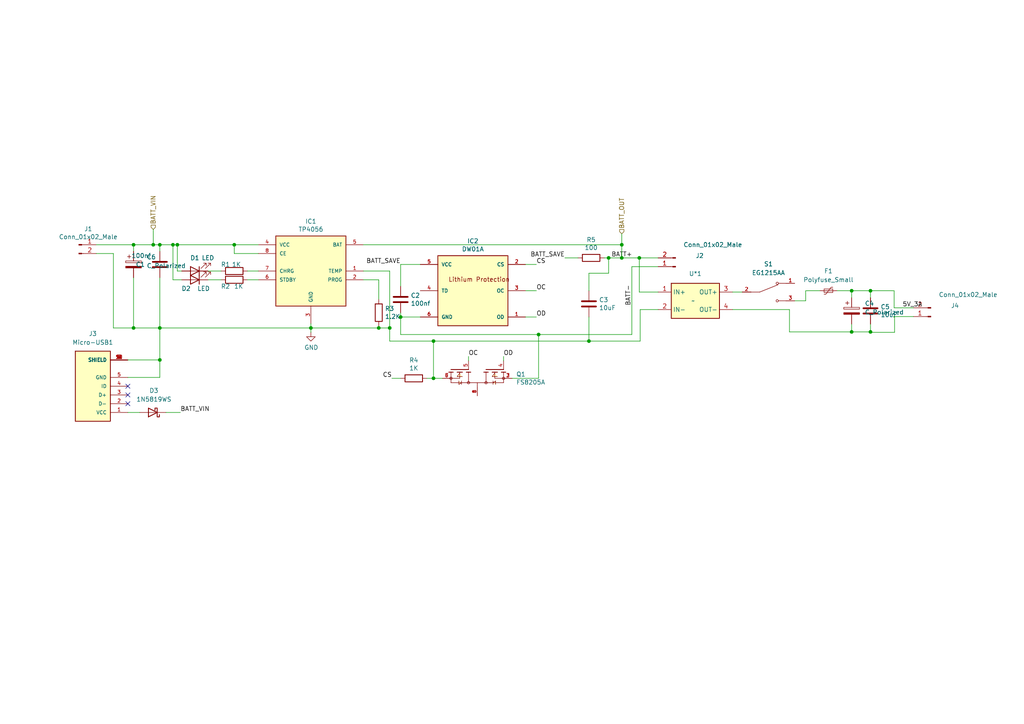
<source format=kicad_sch>
(kicad_sch (version 20230121) (generator eeschema)
  (paper "A4")
  (lib_symbols
    (symbol "Connector:Conn_01x02_Male" (pin_names (offset 1.016) hide)
      (property "Reference" "J" (at 0 2.54 0))
      (property "Value" "Conn_01x02_Male" (at 0 -5.08 0))
      (symbol "Conn_01x02_Male_1_1"
        (polyline (pts (xy 1.27 -2.54) (xy 0.8636 -2.54)) (stroke (width 0.1524)))
        (polyline (pts (xy 1.27 0) (xy 0.8636 0)) (stroke (width 0.1524)))
        (rectangle (start 0.8636 -2.413) (end 0 -2.667) (stroke (width 0.1524)) (fill (type outline)))
        (rectangle (start 0.8636 0.127) (end 0 -0.127) (stroke (width 0.1524)) (fill (type outline)))
        (pin passive line (at 5.08 0 180) (length 3.81) (name "Pin_1") (number "1"))
        (pin passive line (at 5.08 -2.54 180) (length 3.81) (name "Pin_2") (number "2"))
      )
    )
    (symbol "Custom_Symbol:Boost_5V_3A"
      (property "Reference" "U*" (at -3.81 6.35 0))
      (symbol "Boost_5V_3A_1_1"
        (rectangle (start -6.35 5.08) (end 7.62 -5.08) (stroke (width 0.254)) (fill (type background)))
        (pin passive line (at -10.16 2.54 0) (length 3.81) (name "IN+") (number "1"))
        (pin passive line (at -10.16 -2.54 0) (length 3.81) (name "IN-") (number "2"))
        (pin passive line (at 11.43 2.54 180) (length 3.81) (name "OUT+") (number "3"))
        (pin passive line (at 11.43 -2.54 180) (length 3.81) (name "OUT-") (number "4"))
      )
    )
    (symbol "Custom_Symbol:Micro-USB1" (pin_names (offset 1.016))
      (property "Reference" "J1" (at 5.8928 0.635 0))
      (property "Value" "Micro-USB1" (at 5.8928 -1.905 0))
      (symbol "Micro-USB1_0_0"
        (rectangle (start -5.08 10.16) (end 5.08 -10.16) (stroke (width 0.254)) (fill (type background)))
        (pin power_in line (at -10.16 7.62 0) (length 5.08) (name "VCC") (number "1"))
        (pin passive line (at -10.16 -7.62 0) (length 5.08) (name "SHIELD") (number "10"))
        (pin passive line (at -10.16 -7.62 0) (length 5.08) (name "SHIELD") (number "11"))
        (pin bidirectional line (at -10.16 5.08 0) (length 5.08) (name "D-") (number "2"))
        (pin bidirectional line (at -10.16 2.54 0) (length 5.08) (name "D+") (number "3"))
        (pin bidirectional line (at -10.16 0 0) (length 5.08) (name "ID") (number "4"))
        (pin power_in line (at -10.16 -2.54 0) (length 5.08) (name "GND") (number "5"))
        (pin passive line (at -10.16 -7.62 0) (length 5.08) (name "SHIELD") (number "6"))
        (pin passive line (at -10.16 -7.62 0) (length 5.08) (name "SHIELD") (number "7"))
        (pin passive line (at -10.16 -7.62 0) (length 5.08) (name "SHIELD") (number "8"))
        (pin passive line (at -10.16 -7.62 0) (length 5.08) (name "SHIELD") (number "9"))
        (pin passive line (at -10.16 -7.62 0) (length 5.08) (name "SHIELD") (number "S1"))
        (pin passive line (at -10.16 -7.62 0) (length 5.08) (name "SHIELD") (number "S2"))
      )
    )
    (symbol "Custom_Symbol:SW_SPST_Slide_side" (pin_names (offset 1.016))
      (property "Reference" "S" (at -2.54 5.08 0))
      (property "Value" "EG1215AA" (at -2.54 -5.08 0))
      (symbol "SW_SPST_Slide_side_0_0"
        (polyline (pts (xy -2.54 0) (xy -5.08 0)) (stroke (width 0.1524)))
        (polyline (pts (xy -2.54 0) (xy 2.794 2.1336)) (stroke (width 0.1524)))
        (polyline (pts (xy 5.08 -2.54) (xy 2.921 -2.54)) (stroke (width 0.1524)))
        (polyline (pts (xy 5.08 2.54) (xy 2.921 2.54)) (stroke (width 0.1524)))
        (circle (center 2.54 -2.54) (radius 0.3302) (stroke (width 0.1524)))
        (circle (center 2.54 2.54) (radius 0.3302) (stroke (width 0.1524)))
        (pin passive line (at 7.62 2.54 180) (length 2.54) (name "~") (number "1"))
        (pin passive line (at -7.62 0 0) (length 2.54) (name "~") (number "2"))
        (pin passive line (at 7.62 -2.54 180) (length 2.54) (name "~") (number "3"))
      )
    )
    (symbol "Device:C" (pin_numbers hide) (pin_names (offset 0.254))
      (property "Reference" "C" (at 0.635 2.54 0))
      (property "Value" "C" (at 0.635 -2.54 0))
      (symbol "C_0_1"
        (polyline (pts (xy -2.032 -0.762) (xy 2.032 -0.762)) (stroke (width 0.508)))
        (polyline (pts (xy -2.032 0.762) (xy 2.032 0.762)) (stroke (width 0.508)))
      )
      (symbol "C_1_1"
        (pin passive line (at 0 3.81 270) (length 2.794) (name "~") (number "1"))
        (pin passive line (at 0 -3.81 90) (length 2.794) (name "~") (number "2"))
      )
    )
    (symbol "Device:C_Polarized" (pin_numbers hide) (pin_names (offset 0.254))
      (property "Reference" "C" (at 0.635 2.54 0))
      (property "Value" "C_Polarized" (at 0.635 -2.54 0))
      (symbol "C_Polarized_0_1"
        (rectangle (start -2.286 0.508) (end 2.286 1.016))
        (polyline (pts (xy -1.778 2.286) (xy -0.762 2.286)))
        (polyline (pts (xy -1.27 2.794) (xy -1.27 1.778)))
        (rectangle (start 2.286 -0.508) (end -2.286 -1.016) (fill (type outline)))
      )
      (symbol "C_Polarized_1_1"
        (pin passive line (at 0 3.81 270) (length 2.794) (name "~") (number "1"))
        (pin passive line (at 0 -3.81 90) (length 2.794) (name "~") (number "2"))
      )
    )
    (symbol "Device:LED" (pin_numbers hide) (pin_names (offset 1.016) hide)
      (property "Reference" "D" (at 0 2.54 0))
      (property "Value" "LED" (at 0 -2.54 0))
      (symbol "LED_0_1"
        (polyline (pts (xy -1.27 -1.27) (xy -1.27 1.27)) (stroke (width 0.254)))
        (polyline (pts (xy -1.27 0) (xy 1.27 0)))
        (polyline (pts (xy 1.27 -1.27) (xy 1.27 1.27) (xy -1.27 0) (xy 1.27 -1.27)) (stroke (width 0.254)))
        (polyline (pts (xy -3.048 -0.762) (xy -4.572 -2.286) (xy -3.81 -2.286) (xy -4.572 -2.286) (xy -4.572 -1.524)))
        (polyline (pts (xy -1.778 -0.762) (xy -3.302 -2.286) (xy -2.54 -2.286) (xy -3.302 -2.286) (xy -3.302 -1.524)))
      )
      (symbol "LED_1_1"
        (pin passive line (at -3.81 0 0) (length 2.54) (name "K") (number "1"))
        (pin passive line (at 3.81 0 180) (length 2.54) (name "A") (number "2"))
      )
    )
    (symbol "Device:Polyfuse_Small" (pin_numbers hide) (pin_names (offset 0))
      (property "Reference" "F" (at -1.905 0 90))
      (property "Value" "Polyfuse_Small" (at 1.905 0 90))
      (symbol "Polyfuse_Small_0_1"
        (rectangle (start -0.508 1.27) (end 0.508 -1.27))
        (polyline (pts (xy 0 2.54) (xy 0 -2.54)))
        (polyline (pts (xy -1.016 1.27) (xy -1.016 0.762) (xy 1.016 -0.762) (xy 1.016 -1.27)))
      )
      (symbol "Polyfuse_Small_1_1"
        (pin passive line (at 0 2.54 270) (length 0.635) (name "~") (number "1"))
        (pin passive line (at 0 -2.54 90) (length 0.635) (name "~") (number "2"))
      )
    )
    (symbol "Device:R" (pin_numbers hide) (pin_names (offset 0))
      (property "Reference" "R" (at 2.032 0 90))
      (property "Value" "R" (at 0 0 90))
      (symbol "R_0_1"
        (rectangle (start -1.016 -2.54) (end 1.016 2.54) (stroke (width 0.254)))
      )
      (symbol "R_1_1"
        (pin passive line (at 0 3.81 270) (length 1.27) (name "~") (number "1"))
        (pin passive line (at 0 -3.81 90) (length 1.27) (name "~") (number "2"))
      )
    )
    (symbol "Diode:1N5819WS" (pin_numbers hide) (pin_names (offset 1.016) hide)
      (property "Reference" "D" (at 0 2.54 0))
      (property "Value" "1N5819WS" (at 0 -2.54 0))
      (symbol "1N5819WS_0_1"
        (polyline (pts (xy 1.27 0) (xy -1.27 0)))
        (polyline (pts (xy 1.27 1.27) (xy 1.27 -1.27) (xy -1.27 0) (xy 1.27 1.27)) (stroke (width 0.254)))
        (polyline (pts (xy -1.905 0.635) (xy -1.905 1.27) (xy -1.27 1.27) (xy -1.27 -1.27) (xy -0.635 -1.27) (xy -0.635 -0.635)) (stroke (width 0.254)))
      )
      (symbol "1N5819WS_1_1"
        (pin passive line (at -3.81 0 0) (length 2.54) (name "K") (number "1"))
        (pin passive line (at 3.81 0 180) (length 2.54) (name "A") (number "2"))
      )
    )
    (symbol "M2M_Symbol:DW01A" (pin_names (offset 1.016))
      (property "Reference" "IC" (at -5.08 11.43 0))
      (property "Value" "M2M_Symbol_DW01A" (at -5.08 -12.7 0))
      (symbol "DW01A_0_0"
        (rectangle (start -10.16 -10.16) (end 10.16 10.16) (stroke (width 0.254)) (fill (type background)))
        (text "Lithium Protection" (at -7.112 2.54 0) (effects (font (size 1.27 1.27)) (justify left bottom)))
        (pin bidirectional line (at 15.24 -7.62 180) (length 5.08) (name "OD") (number "1"))
        (pin bidirectional line (at 15.24 7.62 180) (length 5.08) (name "CS") (number "2"))
        (pin bidirectional line (at 15.24 0 180) (length 5.08) (name "OC") (number "3"))
        (pin bidirectional line (at -15.24 0 0) (length 5.08) (name "TD") (number "4"))
        (pin power_in line (at -15.24 7.62 0) (length 5.08) (name "VCC") (number "5"))
        (pin power_in line (at -15.24 -7.62 0) (length 5.08) (name "GND") (number "6"))
      )
    )
    (symbol "M2M_Symbol:FS8205A" (pin_names (offset 1.016) hide)
      (property "Reference" "Q" (at -11.43 7.62 0))
      (property "Value" "M2M_Symbol_FS8205A" (at -11.43 -12.7 0))
      (symbol "FS8205A_0_0"
        (circle (center 0 -7.62) (radius 0.3556))
        (polyline (pts (xy -2.54 -2.54) (xy -2.54 -7.62)) (stroke (width 0.254)))
        (polyline (pts (xy -2.54 7.62) (xy -2.54 2.54)) (stroke (width 0.254)))
        (polyline (pts (xy -1.778 -7.62) (xy -1.778 -8.255)) (stroke (width 0.254)))
        (polyline (pts (xy -1.778 -6.985) (xy -1.778 -7.62)) (stroke (width 0.254)))
        (polyline (pts (xy -1.778 -5.08) (xy -1.778 -5.842)) (stroke (width 0.254)))
        (polyline (pts (xy -1.778 -5.08) (xy 0 -5.08)) (stroke (width 0.1524)))
        (polyline (pts (xy -1.778 -4.318) (xy -1.778 -5.08)) (stroke (width 0.254)))
        (polyline (pts (xy -1.778 -2.54) (xy -1.778 -3.175)) (stroke (width 0.254)))
        (polyline (pts (xy -1.778 -2.54) (xy 1.27 -2.54)) (stroke (width 0.1524)))
        (polyline (pts (xy -1.778 -1.905) (xy -1.778 -2.54)) (stroke (width 0.254)))
        (polyline (pts (xy -1.778 2.54) (xy -1.778 1.905)) (stroke (width 0.254)))
        (polyline (pts (xy -1.778 3.175) (xy -1.778 2.54)) (stroke (width 0.254)))
        (polyline (pts (xy -1.778 5.08) (xy -1.778 4.318)) (stroke (width 0.254)))
        (polyline (pts (xy -1.778 5.08) (xy 0 5.08)) (stroke (width 0.1524)))
        (polyline (pts (xy -1.778 5.842) (xy -1.778 5.08)) (stroke (width 0.254)))
        (polyline (pts (xy -1.778 7.62) (xy -1.778 6.985)) (stroke (width 0.254)))
        (polyline (pts (xy -1.778 7.62) (xy 1.27 7.62)) (stroke (width 0.1524)))
        (polyline (pts (xy -1.778 8.255) (xy -1.778 7.62)) (stroke (width 0.254)))
        (polyline (pts (xy 0 -7.62) (xy -1.778 -7.62)) (stroke (width 0.1524)))
        (polyline (pts (xy 0 -7.62) (xy 1.27 -7.62)) (stroke (width 0.1524)))
        (polyline (pts (xy 0 -5.08) (xy 0 -7.62)) (stroke (width 0.1524)))
        (polyline (pts (xy 0 7.62) (xy 0 5.08)) (stroke (width 0.1524)))
        (polyline (pts (xy 0.762 4.572) (xy 1.27 4.572)) (stroke (width 0.1524)))
        (polyline (pts (xy 1.27 -4.572) (xy 0.762 -4.572)) (stroke (width 0.1524)))
        (polyline (pts (xy 1.27 -4.572) (xy 1.27 -7.62)) (stroke (width 0.1524)))
        (polyline (pts (xy 1.27 -2.54) (xy 1.27 -4.572)) (stroke (width 0.1524)))
        (polyline (pts (xy 1.27 -2.54) (xy 1.27 0)) (stroke (width 0.1524)))
        (polyline (pts (xy 1.27 0) (xy 1.27 2.54)) (stroke (width 0.1524)))
        (polyline (pts (xy 1.27 0) (xy 2.54 0)) (stroke (width 0.1524)))
        (polyline (pts (xy 1.27 2.54) (xy -1.778 2.54)) (stroke (width 0.1524)))
        (polyline (pts (xy 1.27 2.54) (xy 1.27 4.572)) (stroke (width 0.1524)))
        (polyline (pts (xy 1.27 4.572) (xy 1.27 7.62)) (stroke (width 0.1524)))
        (polyline (pts (xy 1.27 4.572) (xy 1.778 4.572)) (stroke (width 0.1524)))
        (polyline (pts (xy 1.778 -4.572) (xy 1.27 -4.572)) (stroke (width 0.1524)))
        (polyline (pts (xy -1.524 -5.08) (xy -0.508 -4.318) (xy -0.508 -5.842)) (stroke (width 0.1524)) (fill (type background)))
        (polyline (pts (xy -1.524 5.08) (xy -0.508 5.842) (xy -0.508 4.318)) (stroke (width 0.1524)) (fill (type background)))
        (polyline (pts (xy 1.27 -4.572) (xy 0.762 -5.334) (xy 1.778 -5.334)) (stroke (width 0.1524)) (fill (type background)))
        (polyline (pts (xy 1.27 4.572) (xy 1.778 5.334) (xy 0.762 5.334)) (stroke (width 0.1524)) (fill (type background)))
        (circle (center 0 7.62) (radius 0.3556))
        (circle (center 1.27 -2.54) (radius 0.3556))
        (circle (center 1.27 2.54) (radius 0.3556))
        (pin passive line (at 5.08 0 180) (length 2.54) (name "~") (number "1"))
        (pin passive line (at 0 -10.16 90) (length 2.54) (name "~") (number "2"))
        (pin passive line (at 0 -10.16 90) (length 2.54) (name "~") (number "3"))
        (pin passive line (at -5.08 -7.62 0) (length 2.54) (name "~") (number "4"))
        (pin passive line (at -5.08 2.54 0) (length 2.54) (name "~") (number "5"))
        (pin passive line (at 0 10.16 270) (length 2.54) (name "~") (number "6"))
        (pin passive line (at 0 10.16 270) (length 2.54) (name "~") (number "7"))
        (pin passive line (at 5.08 0 180) (length 2.54) (name "~") (number "8"))
      )
    )
    (symbol "M2M_Symbol:TP4056" (pin_names (offset 1.016))
      (property "Reference" "IC" (at -10.16 12.7 0))
      (property "Value" "M2M_Symbol_TP4056" (at 2.54 -12.7254 0))
      (symbol "TP4056_0_0"
        (rectangle (start -10.16 -10.16) (end 10.16 10.16) (stroke (width 0.254)) (fill (type background)))
        (pin bidirectional line (at 15.24 0 180) (length 5.08) (name "TEMP") (number "1"))
        (pin bidirectional line (at 15.24 -2.54 180) (length 5.08) (name "PROG") (number "2"))
        (pin bidirectional line (at 0 -15.24 90) (length 5.08) (name "GND") (number "3"))
        (pin bidirectional line (at -15.24 7.62 0) (length 5.08) (name "VCC") (number "4"))
        (pin bidirectional line (at 15.24 7.62 180) (length 5.08) (name "BAT") (number "5"))
        (pin bidirectional line (at -15.24 -2.54 0) (length 5.08) (name "STDBY") (number "6"))
        (pin bidirectional line (at -15.24 0 0) (length 5.08) (name "CHRG") (number "7"))
        (pin bidirectional line (at -15.24 5.08 0) (length 5.08) (name "CE") (number "8"))
      )
    )
    (symbol "power:GND" (power) (pin_names (offset 0))
      (property "Value" "GND" (at 0 -3.81 0))
      (symbol "GND_0_1"
        (polyline (pts (xy 0 0) (xy 0 -1.27) (xy 1.27 -1.27) (xy 0 -2.54) (xy -1.27 -1.27) (xy 0 -1.27)))
      )
      (symbol "GND_1_1"
        (pin power_in line (at 0 0 270) (length 0) hide (name "GND") (number "1"))
      )
    )
  )
  (junction (at 252.476 84.328))
  (junction (at 109.855 95.123))
  (junction (at 125.73 109.728))
  (junction (at 46.355 70.993))
  (junction (at 67.945 70.993))
  (junction (at 50.165 70.993))
  (junction (at 252.476 96.266))
  (junction (at 185.42 74.803))
  (junction (at 90.17 95.123))
  (junction (at 113.03 95.123))
  (junction (at 125.73 98.933))
  (junction (at 44.45 70.993))
  (junction (at 116.205 91.948))
  (junction (at 156.21 97.028))
  (junction (at 38.735 70.993))
  (junction (at 247.015 84.328))
  (junction (at 180.34 74.803))
  (junction (at 38.735 95.123))
  (junction (at 180.34 70.993))
  (junction (at 170.815 98.933))
  (junction (at 46.355 95.123))
  (junction (at 247.015 96.266))
  (junction (at 46.355 104.394))
  (junction (at 51.435 70.993))
  (junction (at 176.53 74.803))
  (no_connect (at 37.084 114.554))
  (no_connect (at 37.084 117.094))
  (no_connect (at 37.084 112.014))
  (wire (pts (xy 180.34 70.993) (xy 180.34 74.803)))
  (wire (pts (xy 32.893 95.123) (xy 32.893 73.533)))
  (wire (pts (xy 74.93 78.613) (xy 71.755 78.613)))
  (wire (pts (xy 51.435 78.613) (xy 51.435 70.993)))
  (wire (pts (xy 116.205 109.728) (xy 113.665 109.728)))
  (wire (pts (xy 180.34 74.803) (xy 185.42 74.803)))
  (wire (pts (xy 44.45 70.993) (xy 44.45 66.548)))
  (wire (pts (xy 252.476 93.98) (xy 252.476 96.266)))
  (wire (pts (xy 46.355 95.123) (xy 46.355 80.518)))
  (wire (pts (xy 90.17 95.123) (xy 90.17 93.853)))
  (wire (pts (xy 247.015 84.328) (xy 252.476 84.328)))
  (wire (pts (xy 152.4 84.328) (xy 155.575 84.328)))
  (wire (pts (xy 230.505 87.249) (xy 233.68 87.249)))
  (wire (pts (xy 109.855 81.153) (xy 109.855 86.868)))
  (wire (pts (xy 113.03 98.933) (xy 125.73 98.933)))
  (wire (pts (xy 46.355 104.394) (xy 46.355 109.474)))
  (wire (pts (xy 125.73 109.728) (xy 125.73 98.933)))
  (wire (pts (xy 109.855 95.123) (xy 90.17 95.123)))
  (wire (pts (xy 175.26 74.803) (xy 176.53 74.803)))
  (wire (pts (xy 67.945 73.533) (xy 67.945 70.993)))
  (wire (pts (xy 228.981 89.789) (xy 228.981 96.266)))
  (wire (pts (xy 252.476 84.328) (xy 252.476 86.36)))
  (wire (pts (xy 105.41 81.153) (xy 109.855 81.153)))
  (wire (pts (xy 37.084 104.394) (xy 46.355 104.394)))
  (wire (pts (xy 109.855 94.488) (xy 109.855 95.123)))
  (wire (pts (xy 74.93 81.153) (xy 71.755 81.153)))
  (wire (pts (xy 180.34 70.993) (xy 180.34 67.818)))
  (wire (pts (xy 247.015 93.98) (xy 247.015 96.266)))
  (wire (pts (xy 46.355 72.898) (xy 46.355 70.993)))
  (wire (pts (xy 52.705 78.613) (xy 51.435 78.613)))
  (wire (pts (xy 116.205 91.948) (xy 116.205 90.678)))
  (wire (pts (xy 190.881 84.709) (xy 185.42 84.709)))
  (wire (pts (xy 259.207 91.948) (xy 259.207 91.821)))
  (wire (pts (xy 116.205 91.948) (xy 116.205 97.028)))
  (wire (pts (xy 105.41 78.613) (xy 113.03 78.613)))
  (wire (pts (xy 105.41 70.993) (xy 180.34 70.993)))
  (wire (pts (xy 242.824 84.328) (xy 247.015 84.328)))
  (wire (pts (xy 51.435 70.993) (xy 67.945 70.993)))
  (wire (pts (xy 170.815 84.328) (xy 170.815 79.248)))
  (wire (pts (xy 125.73 109.728) (xy 128.27 109.728)))
  (wire (pts (xy 252.476 96.393) (xy 252.476 96.266)))
  (wire (pts (xy 90.17 96.393) (xy 90.17 95.123)))
  (wire (pts (xy 37.084 119.634) (xy 40.513 119.634)))
  (wire (pts (xy 156.21 109.728) (xy 156.21 97.028)))
  (wire (pts (xy 185.42 84.709) (xy 185.42 74.803)))
  (wire (pts (xy 116.205 97.028) (xy 156.21 97.028)))
  (wire (pts (xy 167.64 74.803) (xy 163.83 74.803)))
  (wire (pts (xy 125.73 98.933) (xy 170.815 98.933)))
  (wire (pts (xy 247.015 84.328) (xy 247.015 86.36)))
  (wire (pts (xy 90.17 95.123) (xy 46.355 95.123)))
  (wire (pts (xy 38.735 95.123) (xy 46.355 95.123)))
  (wire (pts (xy 259.207 91.821) (xy 264.922 91.821)))
  (wire (pts (xy 52.705 81.153) (xy 50.165 81.153)))
  (wire (pts (xy 46.355 95.123) (xy 46.355 104.394)))
  (wire (pts (xy 156.21 97.028) (xy 183.261 97.028)))
  (wire (pts (xy 247.015 96.266) (xy 252.476 96.266)))
  (wire (pts (xy 259.461 96.393) (xy 259.461 91.948)))
  (wire (pts (xy 259.461 91.948) (xy 259.207 91.948)))
  (wire (pts (xy 212.471 89.789) (xy 228.981 89.789)))
  (wire (pts (xy 32.893 73.533) (xy 27.94 73.533)))
  (wire (pts (xy 190.881 89.789) (xy 185.674 89.789)))
  (wire (pts (xy 170.815 98.933) (xy 170.815 91.948)))
  (wire (pts (xy 123.825 109.728) (xy 125.73 109.728)))
  (wire (pts (xy 38.735 70.993) (xy 44.45 70.993)))
  (wire (pts (xy 190.881 77.343) (xy 183.261 77.343)))
  (wire (pts (xy 50.165 81.153) (xy 50.165 70.993)))
  (wire (pts (xy 146.05 104.648) (xy 146.05 103.378)))
  (wire (pts (xy 46.355 70.993) (xy 50.165 70.993)))
  (wire (pts (xy 32.893 95.123) (xy 38.735 95.123)))
  (wire (pts (xy 67.945 70.993) (xy 74.93 70.993)))
  (wire (pts (xy 135.89 104.648) (xy 135.89 103.378)))
  (wire (pts (xy 116.205 83.058) (xy 116.205 76.708)))
  (wire (pts (xy 152.4 91.948) (xy 155.575 91.948)))
  (wire (pts (xy 50.165 70.993) (xy 51.435 70.993)))
  (wire (pts (xy 259.334 89.281) (xy 264.922 89.281)))
  (wire (pts (xy 259.334 84.328) (xy 259.334 89.281)))
  (wire (pts (xy 148.59 109.728) (xy 156.21 109.728)))
  (wire (pts (xy 116.205 76.708) (xy 121.92 76.708)))
  (wire (pts (xy 152.4 76.708) (xy 155.575 76.708)))
  (wire (pts (xy 121.92 91.948) (xy 116.205 91.948)))
  (wire (pts (xy 113.03 78.613) (xy 113.03 95.123)))
  (wire (pts (xy 185.42 74.803) (xy 190.881 74.803)))
  (wire (pts (xy 48.133 119.634) (xy 52.324 119.634)))
  (wire (pts (xy 233.68 84.328) (xy 237.744 84.328)))
  (wire (pts (xy 183.261 77.343) (xy 183.261 97.028)))
  (wire (pts (xy 113.03 95.123) (xy 113.03 98.933)))
  (wire (pts (xy 64.135 81.153) (xy 60.325 81.153)))
  (wire (pts (xy 212.471 84.709) (xy 215.265 84.709)))
  (wire (pts (xy 37.084 109.474) (xy 46.355 109.474)))
  (wire (pts (xy 252.476 84.328) (xy 259.334 84.328)))
  (wire (pts (xy 185.674 89.789) (xy 185.674 98.933)))
  (wire (pts (xy 176.53 74.803) (xy 180.34 74.803)))
  (wire (pts (xy 64.135 78.613) (xy 60.325 78.613)))
  (wire (pts (xy 233.68 87.249) (xy 233.68 84.328)))
  (wire (pts (xy 170.815 79.248) (xy 176.53 79.248)))
  (wire (pts (xy 228.981 96.266) (xy 247.015 96.266)))
  (wire (pts (xy 67.945 73.533) (xy 74.93 73.533)))
  (wire (pts (xy 38.735 70.993) (xy 38.735 72.898)))
  (wire (pts (xy 44.45 70.993) (xy 46.355 70.993)))
  (wire (pts (xy 185.674 98.933) (xy 170.815 98.933)))
  (wire (pts (xy 252.476 96.393) (xy 259.461 96.393)))
  (wire (pts (xy 38.735 80.518) (xy 38.735 95.123)))
  (wire (pts (xy 27.94 70.993) (xy 38.735 70.993)))
  (wire (pts (xy 113.03 95.123) (xy 109.855 95.123)))
  (wire (pts (xy 176.53 79.248) (xy 176.53 74.803)))
  (label "OD" (at 155.575 91.948 0))
  (label "BATT_VIN" (at 52.324 119.634 0))
  (label "BATT+" (at 183.388 74.803 180))
  (label "BATT_SAVE" (at 163.83 74.803 180))
  (label "BATT_SAVE" (at 116.205 76.708 180))
  (label "OD" (at 146.05 103.378 0))
  (label "OC" (at 155.575 84.328 0))
  (label "5V_3A" (at 261.747 89.281 0))
  (label "BATT-" (at 183.261 88.646 90))
  (label "OC" (at 135.89 103.378 0))
  (label "CS" (at 155.575 76.708 0))
  (label "CS" (at 113.665 109.728 180))
  (hierarchical_label "BATT_VIN" (shape input) (at 44.45 66.548 90))
  (hierarchical_label "BATT_OUT" (shape input) (at 180.34 67.818 90))
  (symbol (lib_id "Device:LED") (at 56.515 78.613 180) (unit 1)
    (property "Reference" "D1" (at 56.515 74.803 0))
    (property "Value" "LED" (at 60.325 74.803 0))
    (property "Footprint" "LED_SMD:LED_0603_1608Metric_Pad1.05x0.95mm_HandSolder" (effects hide))
  )
  (symbol (lib_id "Custom_Symbol:SW_SPST_Slide_side") (at 222.885 84.709 0) (unit 1)
    (property "Reference" "S1" (at 222.885 76.581 0))
    (property "Value" "EG1215AA" (at 222.885 79.121 0))
    (property "Footprint" "Custom_Footprints:SW_Slide_SPST_Side" (effects hide))
    (property "MF" "E-Switch" (effects hide))
    (property "MAXIMUM_PACKAGE_HEIGHT" "1.40mm" (effects hide))
    (property "Package" "None" (effects hide))
    (property "Price" "None" (effects hide))
    (property "Check_prices" "https://www.snapeda.com/parts/EG1215AA/E-Switch/view-part/?ref=eda" (effects hide))
    (property "STANDARD" "Manufacturer Recommendations" (effects hide))
    (property "PARTREV" "A" (effects hide))
    (property "SnapEDA_Link" "https://www.snapeda.com/parts/EG1215AA/E-Switch/view-part/?ref=snap" (effects hide))
    (property "MP" "EG1215AA" (effects hide))
    (property "Purchase-URL" "https://www.snapeda.com/api/url_track_click_mouser/?unipart_id=3210616&manufacturer=E-Switch&part_name=EG1215AA&search_term=slide switch" (effects hide))
    (property "Description" "\nSlide Switch SPDT Surface Mount, Right Angle\n" (effects hide))
    (property "Availability" "In Stock" (effects hide))
    (property "MANUFACTURER" "E Switch" (effects hide))
  )
  (symbol (lib_id "M2M_Symbol:DW01A") (at 137.16 84.328 0) (unit 1)
    (property "Reference" "IC2" (at 137.16 69.9262 0))
    (property "Value" "DW01A" (at 137.16 72.2376 0))
    (property "Footprint" "Custom_Footprints:DW01A" (effects hide))
    (property "MPN" "DW01A" (effects hide))
    (property "LCSC" "C351410" (effects hide))
    (property "VALUE" "DW01A" (effects hide))
  )
  (symbol (lib_id "M2M_Symbol:FS8205A") (at 138.43 109.728 90) (mirror x) (unit 1)
    (property "Reference" "Q1" (at 149.7076 108.5596 90) (effects (justify right)))
    (property "Value" "FS8205A" (at 149.7076 110.871 90) (effects (justify right)))
    (property "Footprint" "Custom_Footprints:FS8205" (effects hide))
    (property "MAXIMUM_PACKAGE_HEIGHT" "1.2mm" (effects hide))
    (property "STANDARD" "IPC 7351B" (effects hide))
    (property "PARTREV" "1.7" (effects hide))
    (property "MANUFACTURER" "Fortune Semiconductor" (effects hide))
  )
  (symbol (lib_id "Device:R") (at 67.945 78.613 270) (unit 1)
    (property "Reference" "R1" (at 65.405 76.708 90))
    (property "Value" "1K" (at 68.58 76.708 90))
    (property "Footprint" "Resistor_SMD:R_0603_1608Metric_Pad0.98x0.95mm_HandSolder" (effects hide))
  )
  (symbol (lib_id "Connector:Conn_01x02_Male") (at 22.86 70.993 0) (unit 1)
    (property "Reference" "J1" (at 25.6032 66.3956 0))
    (property "Value" "Conn_01x02_Male" (at 25.6032 68.707 0))
    (property "Footprint" "Connector_JST:JST_EH_S2B-EH_1x02_P2.50mm_Horizontal" (effects hide))
  )
  (symbol (lib_id "Device:R") (at 109.855 90.678 180) (unit 1)
    (property "Reference" "R3" (at 111.633 89.5096 0) (effects (justify right)))
    (property "Value" "1.2K" (at 111.633 91.821 0) (effects (justify right)))
    (property "Footprint" "Resistor_SMD:R_0603_1608Metric_Pad0.98x0.95mm_HandSolder" (effects hide))
  )
  (symbol (lib_id "Device:C") (at 252.476 90.17 0) (unit 1)
    (property "Reference" "C5" (at 255.397 89.0016 0) (effects (justify left)))
    (property "Value" "10uF" (at 255.397 91.313 0) (effects (justify left)))
    (property "Footprint" "Capacitor_SMD:C_0603_1608Metric_Pad1.08x0.95mm_HandSolder" (effects hide))
  )
  (symbol (lib_id "Device:R") (at 171.45 74.803 90) (unit 1)
    (property "Reference" "R5" (at 171.45 69.5452 90))
    (property "Value" "100" (at 171.45 71.8566 90))
    (property "Footprint" "Resistor_SMD:R_0603_1608Metric_Pad0.98x0.95mm_HandSolder" (effects hide))
  )
  (symbol (lib_id "Device:C") (at 170.815 88.138 0) (unit 1)
    (property "Reference" "C3" (at 173.736 86.9696 0) (effects (justify left)))
    (property "Value" "10uF" (at 173.736 89.281 0) (effects (justify left)))
    (property "Footprint" "Capacitor_SMD:C_0603_1608Metric_Pad1.08x0.95mm_HandSolder" (effects hide))
  )
  (symbol (lib_id "Device:C") (at 116.205 86.868 0) (unit 1)
    (property "Reference" "C2" (at 119.126 85.6996 0) (effects (justify left)))
    (property "Value" "100nf" (at 119.126 88.011 0) (effects (justify left)))
    (property "Footprint" "Capacitor_SMD:C_0603_1608Metric_Pad1.08x0.95mm_HandSolder" (effects hide))
  )
  (symbol (lib_id "Custom_Symbol:Boost_5V_3A") (at 201.041 87.249 0) (unit 1)
    (property "Reference" "U*1" (at 201.676 79.375 0))
    (property "Value" "~" (at 201.041 87.249 0))
    (property "Footprint" "Custom_Footprints:Boost_5V_3A" (effects hide))
  )
  (symbol (lib_id "Connector:Conn_01x02_Male") (at 270.002 91.821 180) (unit 1)
    (property "Reference" "J4" (at 276.987 88.646 0))
    (property "Value" "Conn_01x02_Male" (at 280.797 85.471 0))
    (property "Footprint" "Connector_JST:JST_EH_B2B-EH-A_1x02_P2.50mm_Vertical" (effects hide))
  )
  (symbol (lib_id "Device:Polyfuse_Small") (at 240.284 84.328 90) (unit 1)
    (property "Reference" "F1" (at 240.284 78.613 90))
    (property "Value" "Polyfuse_Small" (at 240.284 81.153 90))
    (property "Footprint" "Fuse:Fuse_2010_5025Metric" (effects hide))
  )
  (symbol (lib_id "Connector:Conn_01x02_Male") (at 195.961 77.343 180) (unit 1)
    (property "Reference" "J2" (at 202.946 74.168 0))
    (property "Value" "Conn_01x02_Male" (at 206.756 70.993 0))
    (property "Footprint" "Connector_JST:JST_EH_B2B-EH-A_1x02_P2.50mm_Vertical" (effects hide))
  )
  (symbol (lib_id "power:GND") (at 90.17 96.393 0) (unit 1)
    (property "Reference" "#PWR01" (effects hide))
    (property "Value" "GND" (at 90.297 100.7872 0))
  )
  (symbol (lib_id "Diode:1N5819WS") (at 44.323 119.634 180) (unit 1)
    (property "Reference" "D3" (at 44.6405 113.284 0))
    (property "Value" "1N5819WS" (at 44.6405 115.824 0))
    (property "Footprint" "Diode_SMD:D_SOD-323" (effects hide))
    (property "Datasheet" "https://datasheet.lcsc.com/lcsc/2204281430_Guangdong-Hottech-1N5819WS_C191023.pdf" (effects hide))
  )
  (symbol (lib_id "Custom_Symbol:Micro-USB1") (at 26.924 112.014 180) (unit 1)
    (property "Reference" "J3" (at 26.924 96.774 0))
    (property "Value" "Micro-USB1" (at 26.924 99.314 0))
    (property "Footprint" "Custom_Footprints:Micro-USB1" (effects hide))
    (property "PARTREV" "A" (effects hide))
    (property "STANDARD" "Manufacturer Recommendations" (effects hide))
    (property "MAXIMUM_PACKAGE_HEIGHT" "2.99 mm" (effects hide))
    (property "MANUFACTURER" "Amphenol" (effects hide))
  )
  (symbol (lib_id "Device:LED") (at 56.515 81.153 180) (unit 1)
    (property "Reference" "D2" (at 53.975 83.693 0))
    (property "Value" "LED" (at 59.055 83.693 0))
    (property "Footprint" "LED_SMD:LED_0603_1608Metric_Pad1.05x0.95mm_HandSolder" (effects hide))
  )
  (symbol (lib_id "Device:C_Polarized") (at 247.015 90.17 0) (unit 1)
    (property "Reference" "C4" (at 250.825 88.011 0) (effects (justify left)))
    (property "Value" "C_Polarized" (at 250.825 90.551 0) (effects (justify left)))
    (property "Footprint" "Capacitor_Tantalum_SMD:CP_EIA-3216-18_Kemet-A" (effects hide))
  )
  (symbol (lib_id "M2M_Symbol:TP4056") (at 90.17 78.613 0) (unit 1)
    (property "Reference" "IC1" (at 90.17 64.2112 0))
    (property "Value" "TP4056" (at 90.17 66.5226 0))
    (property "Footprint" "Custom_Footprints:TP4056" (effects hide))
  )
  (symbol (lib_id "Device:C_Polarized") (at 38.735 76.708 0) (unit 1)
    (property "Reference" "C6" (at 42.545 74.549 0) (effects (justify left)))
    (property "Value" "C_Polarized" (at 42.545 77.089 0) (effects (justify left)))
    (property "Footprint" "Capacitor_Tantalum_SMD:CP_EIA-3216-18_Kemet-A" (effects hide))
  )
  (symbol (lib_id "Device:R") (at 67.945 81.153 270) (unit 1)
    (property "Reference" "R2" (at 65.405 83.058 90))
    (property "Value" "1K" (at 69.215 83.058 90))
    (property "Footprint" "Resistor_SMD:R_0603_1608Metric_Pad0.98x0.95mm_HandSolder" (effects hide))
  )
  (symbol (lib_id "Device:C") (at 46.355 76.708 0) (unit 1)
    (property "Reference" "C1" (at 39.37 76.708 0) (effects (justify left)))
    (property "Value" "100nf" (at 38.1 74.168 0) (effects (justify left)))
    (property "Footprint" "Capacitor_SMD:C_0603_1608Metric_Pad1.08x0.95mm_HandSolder" (effects hide))
  )
  (symbol (lib_id "Device:R") (at 120.015 109.728 90) (unit 1)
    (property "Reference" "R4" (at 120.015 104.4702 90))
    (property "Value" "1K" (at 120.015 106.7816 90))
    (property "Footprint" "Resistor_SMD:R_0603_1608Metric_Pad0.98x0.95mm_HandSolder" (effects hide))
  )
)
</source>
